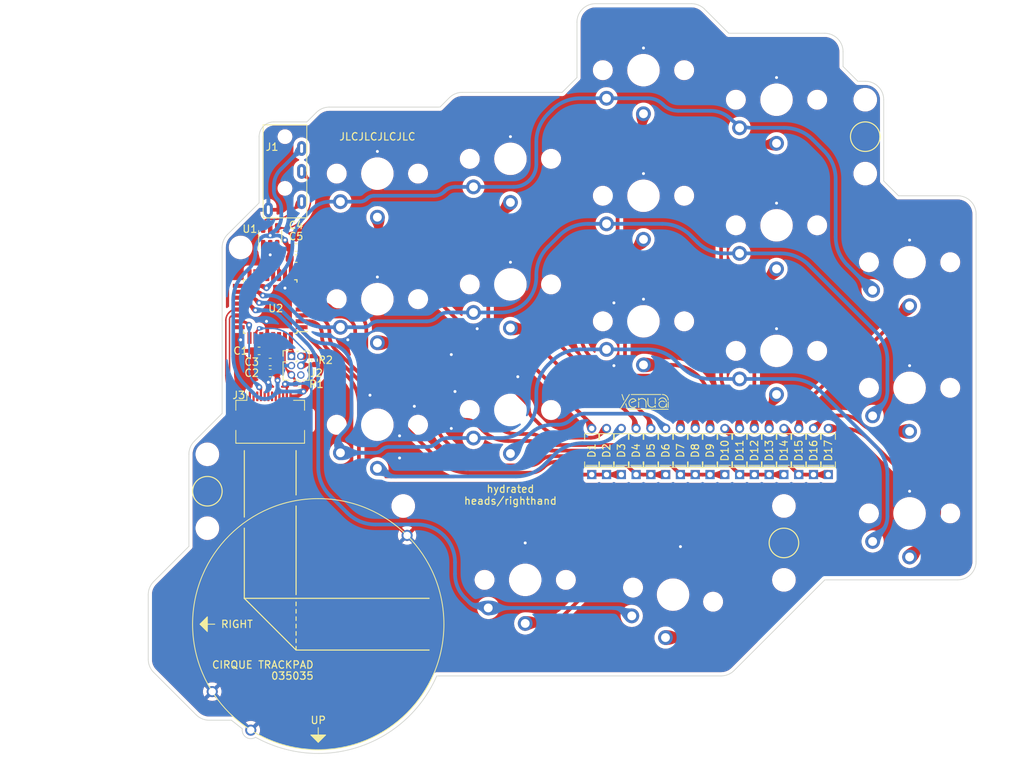
<source format=kicad_pcb>
(kicad_pcb (version 20211014) (generator pcbnew)

  (general
    (thickness 1.6)
  )

  (paper "A4")
  (layers
    (0 "F.Cu" signal)
    (31 "B.Cu" signal)
    (32 "B.Adhes" user "B.Adhesive")
    (33 "F.Adhes" user "F.Adhesive")
    (34 "B.Paste" user)
    (35 "F.Paste" user)
    (36 "B.SilkS" user "B.Silkscreen")
    (37 "F.SilkS" user "F.Silkscreen")
    (38 "B.Mask" user)
    (39 "F.Mask" user)
    (40 "Dwgs.User" user "User.Drawings")
    (41 "Cmts.User" user "User.Comments")
    (42 "Eco1.User" user "User.Eco1")
    (43 "Eco2.User" user "User.Eco2")
    (44 "Edge.Cuts" user)
    (45 "Margin" user)
    (46 "B.CrtYd" user "B.Courtyard")
    (47 "F.CrtYd" user "F.Courtyard")
    (48 "B.Fab" user)
    (49 "F.Fab" user)
    (50 "User.1" user)
    (51 "User.2" user)
    (52 "User.3" user)
    (53 "User.4" user)
    (54 "User.5" user)
    (55 "User.6" user)
    (56 "User.7" user)
    (57 "User.8" user)
    (58 "User.9" user)
  )

  (setup
    (stackup
      (layer "F.SilkS" (type "Top Silk Screen"))
      (layer "F.Paste" (type "Top Solder Paste"))
      (layer "F.Mask" (type "Top Solder Mask") (thickness 0.01))
      (layer "F.Cu" (type "copper") (thickness 0.035))
      (layer "dielectric 1" (type "core") (thickness 1.51) (material "FR4") (epsilon_r 4.5) (loss_tangent 0.02))
      (layer "B.Cu" (type "copper") (thickness 0.035))
      (layer "B.Mask" (type "Bottom Solder Mask") (thickness 0.01))
      (layer "B.Paste" (type "Bottom Solder Paste"))
      (layer "B.SilkS" (type "Bottom Silk Screen"))
      (copper_finish "None")
      (dielectric_constraints no)
    )
    (pad_to_mask_clearance 0)
    (pcbplotparams
      (layerselection 0x00010fc_ffffffff)
      (disableapertmacros false)
      (usegerberextensions false)
      (usegerberattributes true)
      (usegerberadvancedattributes true)
      (creategerberjobfile true)
      (svguseinch false)
      (svgprecision 6)
      (excludeedgelayer true)
      (plotframeref false)
      (viasonmask false)
      (mode 1)
      (useauxorigin false)
      (hpglpennumber 1)
      (hpglpenspeed 20)
      (hpglpendiameter 15.000000)
      (dxfpolygonmode true)
      (dxfimperialunits true)
      (dxfusepcbnewfont true)
      (psnegative false)
      (psa4output false)
      (plotreference true)
      (plotvalue true)
      (plotinvisibletext false)
      (sketchpadsonfab false)
      (subtractmaskfromsilk false)
      (outputformat 1)
      (mirror false)
      (drillshape 1)
      (scaleselection 1)
      (outputdirectory "")
    )
  )

  (net 0 "")
  (net 1 "GND")
  (net 2 "Net-(C1-Pad2)")
  (net 3 "+3V3")
  (net 4 "/SWDIO")
  (net 5 "/RST")
  (net 6 "/SWCLK")
  (net 7 "unconnected-(J2-Pad6)")
  (net 8 "/TRACK_SDA")
  (net 9 "/TRACK_SCL")
  (net 10 "/TRACK_BTN1")
  (net 11 "/TRACK_BTN3")
  (net 12 "/TRACK_BTN2")
  (net 13 "/TRACK_COPI")
  (net 14 "/TRACK_DATA_READY")
  (net 15 "/TRACK_CS")
  (net 16 "/TRACK_CIPO")
  (net 17 "/TRACK_SCK")
  (net 18 "/SCL")
  (net 19 "/SDA")
  (net 20 "Net-(J1-PadR2)")
  (net 21 "Net-(J1-PadR1)")
  (net 22 "C_PINKY")
  (net 23 "unconnected-(U2-Pad6)")
  (net 24 "unconnected-(U2-Pad7)")
  (net 25 "unconnected-(U2-Pad8)")
  (net 26 "R_TOP")
  (net 27 "R_HOME")
  (net 28 "R_BOTTOM")
  (net 29 "R_THUMB")
  (net 30 "C_INNER")
  (net 31 "C_INDEX")
  (net 32 "C_MIDDLE")
  (net 33 "C_RING")
  (net 34 "unconnected-(U2-Pad24)")
  (net 35 "unconnected-(U2-Pad25)")
  (net 36 "unconnected-(U2-Pad27)")
  (net 37 "Net-(D1-Pad2)")
  (net 38 "Net-(D2-Pad2)")
  (net 39 "Net-(D3-Pad2)")
  (net 40 "Net-(D4-Pad2)")
  (net 41 "Net-(D5-Pad2)")
  (net 42 "Net-(D6-Pad2)")
  (net 43 "Net-(D7-Pad2)")
  (net 44 "Net-(D8-Pad2)")
  (net 45 "Net-(D9-Pad2)")
  (net 46 "Net-(D10-Pad2)")
  (net 47 "Net-(D11-Pad2)")
  (net 48 "Net-(D12-Pad2)")
  (net 49 "Net-(D13-Pad2)")
  (net 50 "Net-(D14-Pad2)")
  (net 51 "Net-(D15-Pad2)")
  (net 52 "Net-(D16-Pad2)")
  (net 53 "Net-(D17-Pad2)")
  (net 54 "unconnected-(U2-Pad13)")
  (net 55 "unconnected-(U2-Pad14)")
  (net 56 "unconnected-(U2-Pad15)")
  (net 57 "unconnected-(U2-Pad16)")

  (footprint "Capacitor_SMD:C_0603_1608Metric_Pad1.08x0.95mm_HandSolder" (layer "F.Cu") (at 55.5 116.5 180))

  (footprint "MountingHole:MountingHole_2.2mm_M2_DIN965" (layer "F.Cu") (at 136 91))

  (footprint "mbk:Choc-1u-solder" (layer "F.Cu") (at 106 94))

  (footprint "Capacitor_SMD:C_0603_1608Metric_Pad1.08x0.95mm_HandSolder" (layer "F.Cu") (at 59 102.5))

  (footprint "mbk:Choc-1u-solder" (layer "F.Cu") (at 124 81))

  (footprint "1N4148:DIOAD829W49L456D191" (layer "F.Cu") (at 105 128.5 90))

  (footprint "mbk:Choc-1u-solder" (layer "F.Cu") (at 70 91))

  (footprint "1N4148:DIOAD829W49L456D191" (layer "F.Cu") (at 107 128.5 90))

  (footprint "Package_TO_SOT_SMD:SOT-23-6" (layer "F.Cu") (at 55.5 99.5 90))

  (footprint "1N4148:DIOAD829W49L456D191" (layer "F.Cu") (at 111 128.5 90))

  (footprint "Resistor_SMD:R_0402_1005Metric_Pad0.72x0.64mm_HandSolder" (layer "F.Cu") (at 59.5 119.5 180))

  (footprint "1N4148:DIOAD829W49L456D191" (layer "F.Cu") (at 99 128.5 90))

  (footprint "cirque:cirque_TM035035" (layer "F.Cu") (at 62 152 180))

  (footprint "mbk:Choc-1u-solder" (layer "F.Cu") (at 124 98))

  (footprint "1N4148:DIOAD829W49L456D191" (layer "F.Cu") (at 127 128.5 90))

  (footprint "1N4148:DIOAD829W49L456D191" (layer "F.Cu") (at 125 128.5 90))

  (footprint "mbk:Choc-1u-solder" (layer "F.Cu") (at 88 106))

  (footprint "MountingHole:MountingHole_2.2mm_M2_DIN965" (layer "F.Cu") (at 136 81))

  (footprint "1N4148:DIOAD829W49L456D191" (layer "F.Cu") (at 117 128.5 90))

  (footprint "1N4148:DIOAD829W49L456D191" (layer "F.Cu") (at 109 128.5 90))

  (footprint "mbk:Choc-1u-solder" (layer "F.Cu") (at 142 103))

  (footprint "pj320a:Jack_3.5mm_PJ320A_Horizontal" (layer "F.Cu") (at 57.5 86 -90))

  (footprint "mbk:Choc-1u-solder" (layer "F.Cu") (at 142 137))

  (footprint "mbk:Choc-1u-solder" (layer "F.Cu") (at 124 115))

  (footprint "Connector_FFC-FPC:Hirose_FH12-12S-0.5SH_1x12-1MP_P0.50mm_Horizontal" (layer "F.Cu") (at 55.5 123))

  (footprint "1N4148:DIOAD829W49L456D191" (layer "F.Cu") (at 113 128.5 90))

  (footprint "1N4148:DIOAD829W49L456D191" (layer "F.Cu") (at 115 128.5 90))

  (footprint "mbk:Choc-1u-solder" (layer "F.Cu") (at 88 89))

  (footprint "Capacitor_SMD:C_0603_1608Metric_Pad1.08x0.95mm_HandSolder" (layer "F.Cu") (at 59 101))

  (footprint "xenua:sig" (layer "F.Cu") (at 102.845 122.905167))

  (footprint "MountingHole:MountingHole_2.2mm_M2_DIN965" (layer "F.Cu") (at 125 136))

  (footprint "mbk:Choc-1u-solder" (layer "F.Cu") (at 106 111))

  (footprint "MountingHole:MountingHole_2.2mm_M2_DIN965" (layer "F.Cu") (at 51.5 101))

  (footprint "1N4148:DIOAD829W49L456D191" (layer "F.Cu") (at 103 128.5 90))

  (footprint "MountingHole:MountingHole_2.2mm_M2_DIN965" (layer "F.Cu") (at 47 139))

  (footprint "1N4148:DIOAD829W49L456D191" (layer "F.Cu") (at 131 128.5 90))

  (footprint "Connector_PinHeader_1.27mm:PinHeader_2x03_P1.27mm_Vertical" (layer "F.Cu") (at 58.375 115.725))

  (footprint "mbk:Choc-1u-solder" (layer "F.Cu") (at 142 120))

  (footprint "Capacitor_SMD:C_0603_1608Metric_Pad1.08x0.95mm_HandSolder" (layer "F.Cu") (at 54 115))

  (footprint "MountingHole:MountingHole_2.2mm_M2_DIN965" (layer "F.Cu") (at 125 146))

  (footprint "mbk:Choc-1u-solder" (layer "F.Cu") (at 88 123))

  (footprint "mbk:Choc-1u-solder" (layer "F.Cu") (at 110 148 -10))

  (footprint "1N4148:DIOAD829W49L456D191" (layer "F.Cu") (at 121 128.5 90))

  (footprint "1N4148:DIOAD829W49L456D191" (layer "F.Cu") (at 119 128.5 90))

  (footprint "mbk:Choc-1u-solder" (layer "F.Cu") (at 70 108))

  (footprint "1N4148:DIOAD829W49L456D191" (layer "F.Cu") (at 101 128.5 90))

  (footprint "Resistor_SMD:R_0402_1005Metric_Pad0.72x0.64mm_HandSolder" (layer "F.Cu") (at 61.5 116.25 90))

  (footprint "Package_QFP:TQFP-32_7x7mm_P0.8mm" (layer "F.Cu")
    (tedit 5A02F146) (tstamp ca98b832-42d9-48ef-b0f0-8a38fadade53)
    (at 55.5 109 180)
    (descr "32-Lead Plastic Thin Quad Flatpack (PT) - 7x7x1.0 mm Body, 2.00 mm [TQFP] (see Microchip Packaging Specification 00000049BS.pdf)")
    (tags "QFP 0.8")
    (property "Sheetfile" "righthand.kicad_sch")
    (property "Sheetname" "")
    (path "/cd05dc71-d59b-4335-902d-fe9d6feaeb4a")
    (attr smd)
    (fp_text reference "U2" (at -0.75 -0.25) (layer "F.SilkS")
      (effects (font (size 1 1) (thickness 0.15)))
      (tstamp 7380e8af-0da0-4d19-b97a-3db74afed84b)
    )
    (fp_text value "ATSAMD21E17D-A" (at 0 6.05) (layer "F.Fab")
      (effects (font (size 1 1) (thickness 0.15)))
      (tstamp f2253836-2d9b-40d1-8286-5de307be6bb5)
    )
    (fp_text user "${REFERENCE}" (at 0 0) (layer "F.Fab")
      (effects (font (size 1 1) (thickness 0.15)))
      (tstamp ff516df4-8762-493a-bfa9-d109ded985f2)
    )
    (fp_line (start -3.625 3.625) (end -3.625 3.3) (layer "F.SilkS") (width 0.15) (tstamp 163a52c9-5b76-408e-9e8d-b1d727f1e5eb))
    (fp_line (start -3.625 -3.4) (end -5.05 -3.4) (layer "F.SilkS") (width 0.15) (tstamp 4694337d-87f2-4001-9a42-3ac5af7174f1))
    (fp_line (start -3.625 -3.625) (end -3.625 -3.4) (layer "F.SilkS") (width 0.15) (tstamp 47cb438f-2cfc-49d4-b243-896fd33c4f28))
    (fp_line (start 3.625 3.625) (end 3.3 3.625) (layer "F.SilkS") (width 0.15) (tstamp 875bddaa-a6a5-4d05-aa4e-f34cad246fdd))
    (fp_line (start -3.625 3.625) (end -3.3 3.625) (layer "F.SilkS") (width 0.15) (tstamp abbb76e5-e303-4551-abef-6360b634a66e))
    (fp_line (start -3.625 -3.625) (end -3.3 -3.625) (layer "F.SilkS") (width 0.15) (tstamp b86e3cce-ec47-4e60-ad5f-0c88bb84273a))
    (fp_line (start 3.625 -3.625) (end 3.3 -3.625) (layer "F.SilkS") (width 0.15) (tstamp bd51819b-f5a4-4341-9885-d60fd4aa7ac5))
    (fp_line (start 3.625 -3.625) (end 3.625 -3.3) (layer "F.SilkS") (width 0.15) (tstamp d5bef497-bc4d-4dbe-99cb-e4b3a4c01e3f))
    (fp_line (start 3.625 3.625) (end 3.625 3.3) (layer "F.SilkS") (width 0.15) (tstamp d8527688-0a5f-4213-b379-755ddb37619d))
    (fp_line (start -5.3 -5.3) (end 5.3 -5.3) (layer "F.CrtYd") (width 0.05) (tstamp 075e0099-43cc-4e57-801b-810418507ddf))
    (fp_line (start -5.3 5.3) (end 5.3 5.3) (layer "F.CrtYd") (width 0.05) (tstamp 20f4c3c6-d0c7-4e28-b603-453c6a1d75b5))
    (fp_line (start 5.3 -5.3) (end 5.3 5.3) (layer "F.CrtYd") (width 0.05) (tstamp 2133e340-0ea5-497f-be25-7d4b6d30df2c))
    (fp_line (start -5.3 -5.3) (end -5.3 5.3) (layer "F.CrtYd") (width 0.05) (tstamp cc26b4de-d661-424c-883c-1a8ced1f8768))
    (fp_line (start 3.5 -3.5) (end 3.5 3.5) (layer "F.Fab") (width 0.15) (tstamp 0ab6f123-2f7f-4459-9959-f610555e9965))
    (fp_line (start -3.5 3.5) (end -3.5 -2.5) (layer "F.Fab") (width 0.15) (tstamp 5f53635a-7790-49ef-a708-d89dbdce66ff))
    (fp_line (start 3.5 3.5) (end -3.5 3.5) (layer "F.Fab") (width 0.15) (tstamp 6e1700cd-cad7-4c73-a404-c7fdf714574e))
    (fp_line (start -3.5 -2.5) (end -2.5 -3.5) (layer "F.Fab") (width 0.15) (tstamp a4b2c316-8378-48ff-9099-c95542d4d444))
    (fp_line (start -2.5 -3.5) (end 3.5 -3.5) (layer "F.Fab") (width 0.15) (tstamp fa371ff8-e6fb-4463-8f56-ac49214cf9cf))
    (pad "1" smd rect (at -4.25 -2.8 180) (size 1.6 0.55) (layers "F.Cu" "F.Paste" "F.Mask")
      (net 30 "C_INNER") (pinfunction "PA00") (pintype "bidirectional") (tstamp de6c64d1-4ece-4a3f-aa19-c7141c9b1d34))
    (pad "2" smd rect (at -4.25 -2 180) (size 1.6 0.55) (layers "F.Cu" "F.Paste" "F.Mask")
      (net 31 "C_INDEX") (pinfunction "PA01") (pintype "bidirectional") (tstamp 84b5f244-dacb-46d0-b787-6a3c3e03a9e9))
    (pad "3" smd rect (at -4.25 -1.2 180) (size 1.6 0.55) (layers "F.Cu" "F.Paste" "F.Mask")
      (net 32 "C_MIDDLE") (pinfunction "PA02") (pintype "bidirectional") (tstamp 5597da75-39fc-4d77-89f2-21aa5ef8ba8f))
    (pad "4" smd rect (at -4.25 -0.4 180) (size 1.6 0.55) (layers "F.Cu" "F.Paste" "F.Mask")
      (net 33 "C_RING") (pinfunction "PA03") (pintype "bidirectional") (tstamp 209cde5c-0bb3-411e-b329-e93397c704e0))
    (pad "5" smd rect (at -4.25 0.4 180) (size 1.6 0.55) (layers "F.Cu" "F.Paste" "F.Mask")
      (net 22 "C_PINKY") (pinfunction "PA04") (pintype "bidirectional") (tstamp b82ab260-9cf7-4a11-a443-5d402a27af23))
    (pad "6" smd rect (at -4.25 1.2 180) (size 1.6 0.55) (layers "F.Cu" "F.Paste" "F.Mask")
      (net 23 "unconnected-(U2-Pad6)") (pinfunction "PA05") (pintype "bidirectional") (tstamp 179c24d1-7126-42bf-97a3-780c05bb1910))
    (pad "7" smd rect (at -4.25 2 180) (size 1.6 0.55) (layers "F.Cu" "F.Paste" "F.Mask")
      (net 24 "unconnected-(U2-Pad7)") (pinfunction "PA06") (pintype "bidirectional") (tstamp d5c4fb86-56b1-4f06-b04a-6b003385b76a))
    (pad "8" smd rect (at -4.25 2.8 180) (size 1.6 0.55) (layers "F.Cu" "F.Paste" "F.Mask")
      (net 25 "unconnected-(U2-Pad8)") (pinfunction "PA07") (pintype "bidirectional") (tstamp 05a71337-cddb-4d9a-b7ab-112952ceb99b))
    (pad "9" smd rect (at -2.8 4.25 270) (size 1.6 0.55) (layers "F.Cu" "F.Paste" "F.Mask")
      (net 
... [2016993 chars truncated]
</source>
